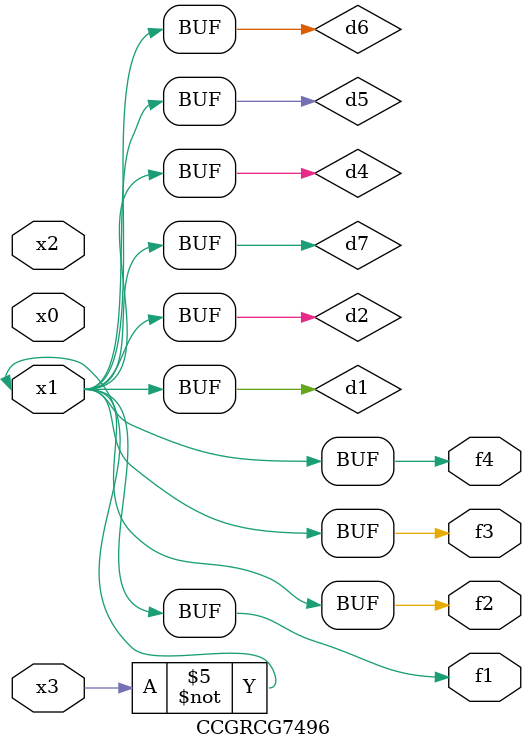
<source format=v>
module CCGRCG7496(
	input x0, x1, x2, x3,
	output f1, f2, f3, f4
);

	wire d1, d2, d3, d4, d5, d6, d7;

	not (d1, x3);
	buf (d2, x1);
	xnor (d3, d1, d2);
	nor (d4, d1);
	buf (d5, d1, d2);
	buf (d6, d4, d5);
	nand (d7, d4);
	assign f1 = d6;
	assign f2 = d7;
	assign f3 = d6;
	assign f4 = d6;
endmodule

</source>
